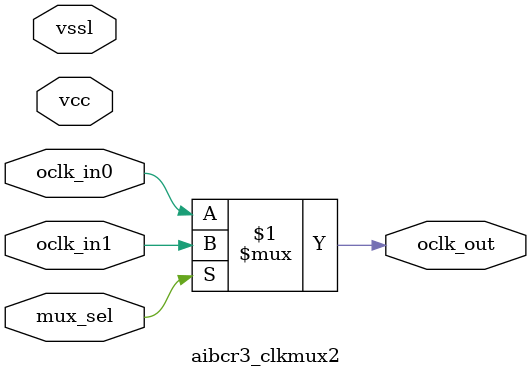
<source format=v>

module aibcr3_clkmux2 ( oclk_out, mux_sel, oclk_in0, oclk_in1, vcc, vssl
     );

output  oclk_out;

input  mux_sel, oclk_in0, oclk_in1, vcc, vssl;

 

assign oclk_out = mux_sel ?  oclk_in1 : oclk_in0 ;



endmodule

</source>
